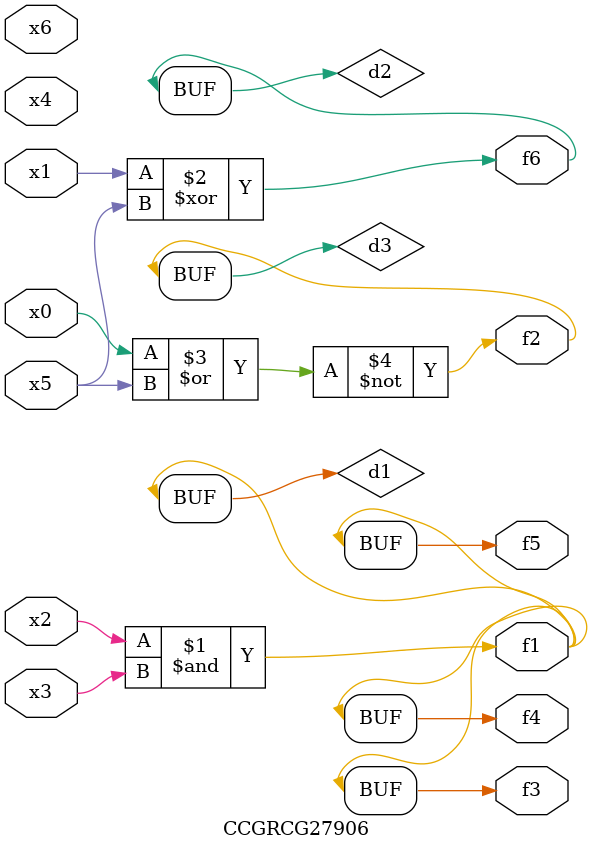
<source format=v>
module CCGRCG27906(
	input x0, x1, x2, x3, x4, x5, x6,
	output f1, f2, f3, f4, f5, f6
);

	wire d1, d2, d3;

	and (d1, x2, x3);
	xor (d2, x1, x5);
	nor (d3, x0, x5);
	assign f1 = d1;
	assign f2 = d3;
	assign f3 = d1;
	assign f4 = d1;
	assign f5 = d1;
	assign f6 = d2;
endmodule

</source>
